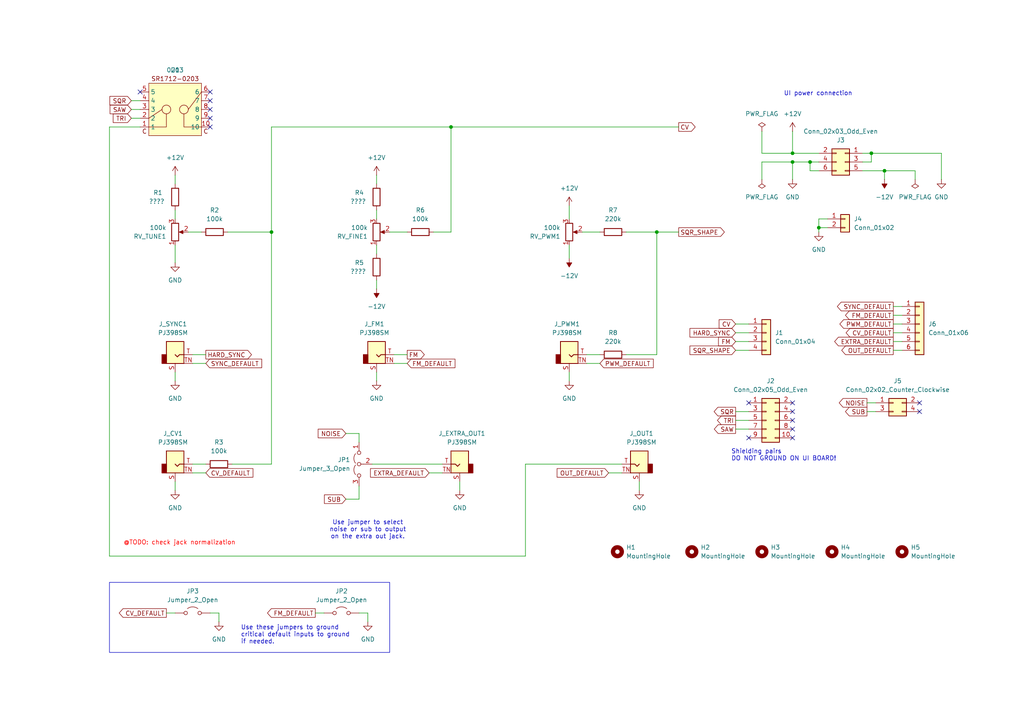
<source format=kicad_sch>
(kicad_sch (version 20250114) (generator "eeschema") (generator_version "9.0")
  (paper "A4")
  (title_block (title "Hog Moduleur VCO UI") (date "2025-07-06") (rev "v0.1") (company "Shmøergh"))
  (lib_symbols
    (symbol "Connector_Generic:Conn_01x02" (pin_names (offset 1.016) (hide yes))
      (property "Reference" "J" (at 0 2.54 0))
      (property "Value" "Conn_01x02" (at 0 -5.08 0))
      (symbol "Conn_01x02_1_1"
        (rectangle (start -1.27 1.27) (end 1.27 -3.81) (stroke (width 0.254)) (fill (type background)))
        (rectangle (start -1.27 0.127) (end 0 -0.127) (stroke (width 0.1524)))
        (rectangle (start -1.27 -2.413) (end 0 -2.667) (stroke (width 0.1524)))
        (pin passive line (at -5.08 0 0) (length 3.81) (name "Pin_1") (number "1"))
        (pin passive line (at -5.08 -2.54 0) (length 3.81) (name "Pin_2") (number "2"))
      )
    )
    (symbol "Connector_Generic:Conn_01x04" (pin_names (offset 1.016) (hide yes))
      (property "Reference" "J" (at 0 5.08 0))
      (property "Value" "Conn_01x04" (at 0 -7.62 0))
      (symbol "Conn_01x04_1_1"
        (rectangle (start -1.27 3.81) (end 1.27 -6.35) (stroke (width 0.254)) (fill (type background)))
        (rectangle (start -1.27 2.667) (end 0 2.413) (stroke (width 0.1524)))
        (rectangle (start -1.27 0.127) (end 0 -0.127) (stroke (width 0.1524)))
        (rectangle (start -1.27 -2.413) (end 0 -2.667) (stroke (width 0.1524)))
        (rectangle (start -1.27 -4.953) (end 0 -5.207) (stroke (width 0.1524)))
        (pin passive line (at -5.08 2.54 0) (length 3.81) (name "Pin_1") (number "1"))
        (pin passive line (at -5.08 0 0) (length 3.81) (name "Pin_2") (number "2"))
        (pin passive line (at -5.08 -2.54 0) (length 3.81) (name "Pin_3") (number "3"))
        (pin passive line (at -5.08 -5.08 0) (length 3.81) (name "Pin_4") (number "4"))
      )
    )
    (symbol "Connector_Generic:Conn_01x06" (pin_names (offset 1.016) (hide yes))
      (property "Reference" "J" (at 0 7.62 0))
      (property "Value" "Conn_01x06" (at 0 -10.16 0))
      (symbol "Conn_01x06_1_1"
        (rectangle (start -1.27 6.35) (end 1.27 -8.89) (stroke (width 0.254)) (fill (type background)))
        (rectangle (start -1.27 5.207) (end 0 4.953) (stroke (width 0.1524)))
        (rectangle (start -1.27 2.667) (end 0 2.413) (stroke (width 0.1524)))
        (rectangle (start -1.27 0.127) (end 0 -0.127) (stroke (width 0.1524)))
        (rectangle (start -1.27 -2.413) (end 0 -2.667) (stroke (width 0.1524)))
        (rectangle (start -1.27 -4.953) (end 0 -5.207) (stroke (width 0.1524)))
        (rectangle (start -1.27 -7.493) (end 0 -7.747) (stroke (width 0.1524)))
        (pin passive line (at -5.08 5.08 0) (length 3.81) (name "Pin_1") (number "1"))
        (pin passive line (at -5.08 2.54 0) (length 3.81) (name "Pin_2") (number "2"))
        (pin passive line (at -5.08 0 0) (length 3.81) (name "Pin_3") (number "3"))
        (pin passive line (at -5.08 -2.54 0) (length 3.81) (name "Pin_4") (number "4"))
        (pin passive line (at -5.08 -5.08 0) (length 3.81) (name "Pin_5") (number "5"))
        (pin passive line (at -5.08 -7.62 0) (length 3.81) (name "Pin_6") (number "6"))
      )
    )
    (symbol "Connector_Generic:Conn_02x02_Odd_Even" (pin_names (offset 1.016) (hide yes))
      (property "Reference" "J" (at 1.27 2.54 0))
      (property "Value" "Conn_02x02_Odd_Even" (at 1.27 -5.08 0))
      (symbol "Conn_02x02_Odd_Even_1_1"
        (rectangle (start -1.27 1.27) (end 3.81 -3.81) (stroke (width 0.254)) (fill (type background)))
        (rectangle (start -1.27 0.127) (end 0 -0.127) (stroke (width 0.1524)))
        (rectangle (start -1.27 -2.413) (end 0 -2.667) (stroke (width 0.1524)))
        (rectangle (start 3.81 0.127) (end 2.54 -0.127) (stroke (width 0.1524)))
        (rectangle (start 3.81 -2.413) (end 2.54 -2.667) (stroke (width 0.1524)))
        (pin passive line (at -5.08 0 0) (length 3.81) (name "Pin_1") (number "1"))
        (pin passive line (at -5.08 -2.54 0) (length 3.81) (name "Pin_3") (number "3"))
        (pin passive line (at 7.62 0 180) (length 3.81) (name "Pin_2") (number "2"))
        (pin passive line (at 7.62 -2.54 180) (length 3.81) (name "Pin_4") (number "4"))
      )
    )
    (symbol "Connector_Generic:Conn_02x03_Odd_Even" (pin_names (offset 1.016) (hide yes))
      (property "Reference" "J" (at 1.27 5.08 0))
      (property "Value" "Conn_02x03_Odd_Even" (at 1.27 -5.08 0))
      (symbol "Conn_02x03_Odd_Even_1_1"
        (rectangle (start -1.27 3.81) (end 3.81 -3.81) (stroke (width 0.254)) (fill (type background)))
        (rectangle (start -1.27 2.667) (end 0 2.413) (stroke (width 0.1524)))
        (rectangle (start -1.27 0.127) (end 0 -0.127) (stroke (width 0.1524)))
        (rectangle (start -1.27 -2.413) (end 0 -2.667) (stroke (width 0.1524)))
        (rectangle (start 3.81 2.667) (end 2.54 2.413) (stroke (width 0.1524)))
        (rectangle (start 3.81 0.127) (end 2.54 -0.127) (stroke (width 0.1524)))
        (rectangle (start 3.81 -2.413) (end 2.54 -2.667) (stroke (width 0.1524)))
        (pin passive line (at -5.08 2.54 0) (length 3.81) (name "Pin_1") (number "1"))
        (pin passive line (at -5.08 0 0) (length 3.81) (name "Pin_3") (number "3"))
        (pin passive line (at -5.08 -2.54 0) (length 3.81) (name "Pin_5") (number "5"))
        (pin passive line (at 7.62 2.54 180) (length 3.81) (name "Pin_2") (number "2"))
        (pin passive line (at 7.62 0 180) (length 3.81) (name "Pin_4") (number "4"))
        (pin passive line (at 7.62 -2.54 180) (length 3.81) (name "Pin_6") (number "6"))
      )
    )
    (symbol "Connector_Generic:Conn_02x05_Odd_Even" (pin_names (offset 1.016) (hide yes))
      (property "Reference" "J" (at 1.27 7.62 0))
      (property "Value" "Conn_02x05_Odd_Even" (at 1.27 -7.62 0))
      (symbol "Conn_02x05_Odd_Even_1_1"
        (rectangle (start -1.27 6.35) (end 3.81 -6.35) (stroke (width 0.254)) (fill (type background)))
        (rectangle (start -1.27 5.207) (end 0 4.953) (stroke (width 0.1524)))
        (rectangle (start -1.27 2.667) (end 0 2.413) (stroke (width 0.1524)))
        (rectangle (start -1.27 0.127) (end 0 -0.127) (stroke (width 0.1524)))
        (rectangle (start -1.27 -2.413) (end 0 -2.667) (stroke (width 0.1524)))
        (rectangle (start -1.27 -4.953) (end 0 -5.207) (stroke (width 0.1524)))
        (rectangle (start 3.81 5.207) (end 2.54 4.953) (stroke (width 0.1524)))
        (rectangle (start 3.81 2.667) (end 2.54 2.413) (stroke (width 0.1524)))
        (rectangle (start 3.81 0.127) (end 2.54 -0.127) (stroke (width 0.1524)))
        (rectangle (start 3.81 -2.413) (end 2.54 -2.667) (stroke (width 0.1524)))
        (rectangle (start 3.81 -4.953) (end 2.54 -5.207) (stroke (width 0.1524)))
        (pin passive line (at -5.08 5.08 0) (length 3.81) (name "Pin_1") (number "1"))
        (pin passive line (at -5.08 2.54 0) (length 3.81) (name "Pin_3") (number "3"))
        (pin passive line (at -5.08 0 0) (length 3.81) (name "Pin_5") (number "5"))
        (pin passive line (at -5.08 -2.54 0) (length 3.81) (name "Pin_7") (number "7"))
        (pin passive line (at -5.08 -5.08 0) (length 3.81) (name "Pin_9") (number "9"))
        (pin passive line (at 7.62 5.08 180) (length 3.81) (name "Pin_2") (number "2"))
        (pin passive line (at 7.62 2.54 180) (length 3.81) (name "Pin_4") (number "4"))
        (pin passive line (at 7.62 0 180) (length 3.81) (name "Pin_6") (number "6"))
        (pin passive line (at 7.62 -2.54 180) (length 3.81) (name "Pin_8") (number "8"))
        (pin passive line (at 7.62 -5.08 180) (length 3.81) (name "Pin_10") (number "10"))
      )
    )
    (symbol "Device:R" (pin_numbers (hide yes)) (pin_names (offset 0))
      (property "Reference" "R" (at 2.032 0 90))
      (property "Value" "R" (at 0 0 90))
      (symbol "R_0_1"
        (rectangle (start -1.016 -2.54) (end 1.016 2.54) (stroke (width 0.254)))
      )
      (symbol "R_1_1"
        (pin passive line (at 0 3.81 270) (length 1.27) (name "~") (number "1"))
        (pin passive line (at 0 -3.81 90) (length 1.27) (name "~") (number "2"))
      )
    )
    (symbol "Device:R_Potentiometer" (pin_names (offset 1.016) (hide yes))
      (property "Reference" "RV" (at -4.445 0 90))
      (property "Value" "R_Potentiometer" (at -2.54 0 90))
      (symbol "R_Potentiometer_0_1"
        (rectangle (start 1.016 2.54) (end -1.016 -2.54) (stroke (width 0.254)))
        (polyline (pts (xy 1.143 0) (xy 2.286 0.508) (xy 2.286 -0.508) (xy 1.143 0)) (fill (type outline)))
        (polyline (pts (xy 2.54 0) (xy 1.524 0)))
      )
      (symbol "R_Potentiometer_1_1"
        (pin passive line (at 0 3.81 270) (length 1.27) (name "1") (number "1"))
        (pin passive line (at 0 -3.81 90) (length 1.27) (name "3") (number "3"))
        (pin passive line (at 3.81 0 180) (length 1.27) (name "2") (number "2"))
      )
    )
    (symbol "Jumper:Jumper_2_Open" (pin_numbers (hide yes)) (pin_names (offset 0) (hide yes))
      (property "Reference" "JP" (at 0 2.794 0))
      (property "Value" "Jumper_2_Open" (at 0 -2.286 0))
      (symbol "Jumper_2_Open_0_0"
        (circle (center -2.032 0) (radius 0.508))
        (circle (center 2.032 0) (radius 0.508))
      )
      (symbol "Jumper_2_Open_0_1"
        (arc (start -1.524 1.27) (mid 0 1.778) (end 1.524 1.27))
      )
      (symbol "Jumper_2_Open_1_1"
        (pin passive line (at -5.08 0 0) (length 2.54) (name "A") (number "1"))
        (pin passive line (at 5.08 0 180) (length 2.54) (name "B") (number "2"))
      )
    )
    (symbol "Jumper:Jumper_3_Open" (pin_names (offset 0) (hide yes)) (in_bom no)
      (property "Reference" "JP" (at -2.54 -2.54 0))
      (property "Value" "Jumper_3_Open" (at 0 2.794 0))
      (symbol "Jumper_3_Open_0_0"
        (circle (center -3.302 0) (radius 0.508))
        (circle (center 0 0) (radius 0.508))
        (circle (center 3.302 0) (radius 0.508))
      )
      (symbol "Jumper_3_Open_0_1"
        (arc (start -3.048 1.016) (mid -1.651 1.4992) (end -0.254 1.016))
        (polyline (pts (xy 0 -0.508) (xy 0 -1.27)))
        (arc (start 0.254 1.016) (mid 1.651 1.4992) (end 3.048 1.016))
      )
      (symbol "Jumper_3_Open_1_1"
        (pin passive line (at -6.35 0 0) (length 2.54) (name "A") (number "1"))
        (pin passive line (at 0 -3.81 90) (length 2.54) (name "C") (number "2"))
        (pin passive line (at 6.35 0 180) (length 2.54) (name "B") (number "3"))
      )
    )
    (symbol "Mechanical:MountingHole" (pin_names (offset 1.016)) (in_bom no)
      (property "Reference" "H" (at 0 5.08 0))
      (property "Value" "MountingHole" (at 0 3.175 0))
      (symbol "MountingHole_0_1"
        (circle (center 0 0) (radius 1.27) (stroke (width 1.27)))
      )
    )
    (symbol "Shmoergh-Custom-Components:AudioJack2_Thonkiconn_S"
      (property "Reference" "J" (at 0 8.89 0))
      (property "Value" "AudioJack2_Thonkiconn" (at 0 6.35 0))
      (symbol "AudioJack2_Thonkiconn_S_0_1"
        (rectangle (start -2.54 -2.54) (end -3.81 0) (stroke (width 0.254)) (fill (type outline)))
        (polyline (pts (xy 0 0) (xy 0.635 -0.635) (xy 1.27 0) (xy 2.54 0)) (stroke (width 0.254)))
        (rectangle (start 2.54 3.81) (end -2.54 -2.54) (stroke (width 0.254)) (fill (type background)))
      )
      (symbol "AudioJack2_Thonkiconn_S_1_1"
        (pin passive line (at 0 -5.08 90) (length 2.54) (name "~") (number "S"))
        (pin bidirectional line (at 5.08 0 180) (length 2.54) (name "~") (number "T"))
        (pin passive line (at 5.08 -2.54 180) (length 2.54) (name "~") (number "TN"))
      )
    )
    (symbol "Shmoergh-Custom-Components:SR1712_0203"
      (property "Reference" "U" (at 0 1.27 0))
      (symbol "SR1712_0203_0_1"
        (polyline (pts (xy -7.62 -2.54) (xy -3.81 0)))
        (circle (center -2.54 0) (radius 1.27))
        (polyline (pts (xy -2.54 -1.27) (xy -2.54 -5.08) (xy -7.62 -5.08)))
        (circle (center 2.54 0) (radius 1.27))
        (polyline (pts (xy 7.62 5.08) (xy 3.81 0)))
        (polyline (pts (xy 7.62 -5.08) (xy 2.54 -5.08) (xy 2.54 -1.27)))
      )
      (symbol "SR1712_0203_1_1"
        (rectangle (start -7.62 7.62) (end 7.62 -7.62) (fill (type background)))
        (text "C" (at -8.89 -6.35 0) (effects (font (size 1.27 1.27))))
        (text "SR1712-0203" (at 0 8.89 0) (effects (font (size 1.27 1.27))))
        (text "C" (at 8.89 -6.35 0) (effects (font (size 1.27 1.27))))
        (pin input line (at -10.16 5.08 0) (length 2.54) (name "5") (number "5"))
        (pin input line (at -10.16 2.54 0) (length 2.54) (name "4") (number "4"))
        (pin input line (at -10.16 0 0) (length 2.54) (name "3") (number "3"))
        (pin input line (at -10.16 -2.54 0) (length 2.54) (name "2") (number "2"))
        (pin output line (at -10.16 -5.08 0) (length 2.54) (name "1") (number "1"))
        (pin input line (at 10.16 5.08 180) (length 2.54) (name "6") (number "6"))
        (pin input line (at 10.16 2.54 180) (length 2.54) (name "7") (number "7"))
        (pin input line (at 10.16 0 180) (length 2.54) (name "8") (number "8"))
        (pin input line (at 10.16 -2.54 180) (length 2.54) (name "9") (number "9"))
        (pin output line (at 10.16 -5.08 180) (length 2.54) (name "10") (number "10"))
      )
    )
    (symbol "power:+12V" (power) (pin_numbers (hide yes)) (pin_names (offset 0) (hide yes))
      (property "Value" "+12V" (at 0 3.556 0))
      (symbol "+12V_0_1"
        (polyline (pts (xy -0.762 1.27) (xy 0 2.54)))
        (polyline (pts (xy 0 2.54) (xy 0.762 1.27)))
        (polyline (pts (xy 0 0) (xy 0 2.54)))
      )
      (symbol "+12V_1_1"
        (pin power_in line (at 0 0 90) (length 0) (name "~") (number "1"))
      )
    )
    (symbol "power:-12V" (power) (pin_numbers (hide yes)) (pin_names (offset 0) (hide yes))
      (property "Value" "-12V" (at 0 3.556 0))
      (symbol "-12V_0_0"
        (pin power_in line (at 0 0 90) (length 0) (name "~") (number "1"))
      )
      (symbol "-12V_0_1"
        (polyline (pts (xy 0 0) (xy 0 1.27) (xy 0.762 1.27) (xy 0 2.54) (xy -0.762 1.27) (xy 0 1.27)) (fill (type outline)))
      )
    )
    (symbol "power:GND" (power) (pin_numbers (hide yes)) (pin_names (offset 0) (hide yes))
      (property "Value" "GND" (at 0 -3.81 0))
      (symbol "GND_0_1"
        (polyline (pts (xy 0 0) (xy 0 -1.27) (xy 1.27 -1.27) (xy 0 -2.54) (xy -1.27 -1.27) (xy 0 -1.27)))
      )
      (symbol "GND_1_1"
        (pin power_in line (at 0 0 270) (length 0) (name "~") (number "1"))
      )
    )
    (symbol "power:PWR_FLAG" (power) (pin_numbers (hide yes)) (pin_names (offset 0) (hide yes))
      (property "Value" "PWR_FLAG" (at 0 3.81 0))
      (symbol "PWR_FLAG_0_0"
        (pin power_out line (at 0 0 90) (length 0) (name "~") (number "1"))
      )
      (symbol "PWR_FLAG_0_1"
        (polyline (pts (xy 0 0) (xy 0 1.27) (xy -1.016 1.905) (xy 0 2.54) (xy 1.016 1.905) (xy 0 1.27)))
      )
    )
  )
  (rectangle (start 31.75 168.91) (end 113.03 189.23))
  (text "@TODO: check jack normalization" (at 52.07 157.48 0) (effects (font (size 1.27 1.27))))
  (text "Use these jumpers to ground \ncritical default inputs to ground \nif needed." (at 69.85 184.15 0) (effects (font (size 1.27 1.27)) (justify left)))
  (text "UI power connection" (at 227.33 27.94 0) (effects (font (size 1.27 1.27)) (justify left bottom)))
  (text "Use jumper to select\nnoise or sub to output\non the extra out jack." (at 106.68 153.67 0) (effects (font (size 1.27 1.27))))
  (text "Shielding pairs\nDO NOT GROUND ON UI BOARD!" (at 212.09 132.08 0) (effects (font (size 1.27 1.27)) (justify left)))
  (junction (at 229.87 44.45))
  (junction (at 130.81 36.83))
  (junction (at 237.49 66.04))
  (junction (at 234.95 46.99))
  (junction (at 256.54 49.53))
  (junction (at 78.74 67.31))
  (junction (at 229.87 46.99))
  (junction (at 190.5 67.31))
  (junction (at 252.73 44.45))
  (no_connect (at 229.87 127))
  (no_connect (at 60.96 29.21))
  (no_connect (at 60.96 34.29))
  (no_connect (at 217.17 116.84))
  (no_connect (at 229.87 121.92))
  (no_connect (at 229.87 119.38))
  (no_connect (at 60.96 31.75))
  (no_connect (at 229.87 116.84))
  (no_connect (at 266.7 119.38))
  (no_connect (at 229.87 124.46))
  (no_connect (at 217.17 127))
  (no_connect (at 60.96 36.83))
  (no_connect (at 266.7 116.84))
  (no_connect (at 60.96 26.67))
  (no_connect (at 40.64 26.67))
  (wire (pts (xy 213.36 119.38) (xy 217.17 119.38)))
  (wire (pts (xy 251.46 116.84) (xy 254 116.84)))
  (wire (pts (xy 59.69 137.16) (xy 55.88 137.16)))
  (wire (pts (xy 259.08 96.52) (xy 261.62 96.52)))
  (wire (pts (xy 78.74 36.83) (xy 130.81 36.83)))
  (wire (pts (xy 38.1 34.29) (xy 40.64 34.29)))
  (wire (pts (xy 259.08 101.6) (xy 261.62 101.6)))
  (wire (pts (xy 173.99 67.31) (xy 168.91 67.31)))
  (wire (pts (xy 48.26 177.8) (xy 50.8 177.8)))
  (wire (pts (xy 118.11 102.87) (xy 114.3 102.87)))
  (wire (pts (xy 78.74 134.62) (xy 67.31 134.62)))
  (wire (pts (xy 256.54 52.07) (xy 256.54 49.53)))
  (wire (pts (xy 31.75 161.29) (xy 152.4 161.29)))
  (wire (pts (xy 78.74 67.31) (xy 78.74 36.83)))
  (wire (pts (xy 91.44 177.8) (xy 93.98 177.8)))
  (wire (pts (xy 265.43 49.53) (xy 256.54 49.53)))
  (wire (pts (xy 50.8 50.8) (xy 50.8 53.34)))
  (wire (pts (xy 176.53 137.16) (xy 180.34 137.16)))
  (wire (pts (xy 63.5 180.34) (xy 63.5 177.8)))
  (wire (pts (xy 109.22 107.95) (xy 109.22 110.49)))
  (wire (pts (xy 250.19 49.53) (xy 256.54 49.53)))
  (wire (pts (xy 237.49 66.04) (xy 240.03 66.04)))
  (wire (pts (xy 213.36 101.6) (xy 217.17 101.6)))
  (wire (pts (xy 59.69 105.41) (xy 55.88 105.41)))
  (wire (pts (xy 58.42 67.31) (xy 54.61 67.31)))
  (wire (pts (xy 38.1 29.21) (xy 40.64 29.21)))
  (wire (pts (xy 50.8 60.96) (xy 50.8 63.5)))
  (wire (pts (xy 109.22 60.96) (xy 109.22 63.5)))
  (wire (pts (xy 190.5 102.87) (xy 181.61 102.87)))
  (wire (pts (xy 100.33 144.78) (xy 104.14 144.78)))
  (wire (pts (xy 213.36 121.92) (xy 217.17 121.92)))
  (wire (pts (xy 106.68 177.8) (xy 104.14 177.8)))
  (wire (pts (xy 165.1 74.93) (xy 165.1 71.12)))
  (wire (pts (xy 213.36 93.98) (xy 217.17 93.98)))
  (wire (pts (xy 152.4 134.62) (xy 180.34 134.62)))
  (wire (pts (xy 104.14 125.73) (xy 104.14 128.27)))
  (wire (pts (xy 66.04 67.31) (xy 78.74 67.31)))
  (wire (pts (xy 213.36 99.06) (xy 217.17 99.06)))
  (wire (pts (xy 251.46 119.38) (xy 254 119.38)))
  (wire (pts (xy 31.75 36.83) (xy 40.64 36.83)))
  (wire (pts (xy 130.81 36.83) (xy 130.81 67.31)))
  (wire (pts (xy 100.33 125.73) (xy 104.14 125.73)))
  (wire (pts (xy 240.03 63.5) (xy 237.49 63.5)))
  (wire (pts (xy 31.75 36.83) (xy 31.75 161.29)))
  (wire (pts (xy 50.8 71.12) (xy 50.8 76.2)))
  (wire (pts (xy 118.11 105.41) (xy 114.3 105.41)))
  (wire (pts (xy 229.87 46.99) (xy 234.95 46.99)))
  (wire (pts (xy 107.95 134.62) (xy 128.27 134.62)))
  (wire (pts (xy 237.49 63.5) (xy 237.49 66.04)))
  (wire (pts (xy 229.87 38.1) (xy 229.87 44.45)))
  (wire (pts (xy 59.69 102.87) (xy 55.88 102.87)))
  (wire (pts (xy 259.08 93.98) (xy 261.62 93.98)))
  (wire (pts (xy 252.73 44.45) (xy 250.19 44.45)))
  (wire (pts (xy 220.98 44.45) (xy 229.87 44.45)))
  (wire (pts (xy 38.1 31.75) (xy 40.64 31.75)))
  (wire (pts (xy 185.42 142.24) (xy 185.42 139.7)))
  (wire (pts (xy 78.74 67.31) (xy 78.74 134.62)))
  (wire (pts (xy 59.69 134.62) (xy 55.88 134.62)))
  (wire (pts (xy 220.98 46.99) (xy 229.87 46.99)))
  (wire (pts (xy 259.08 99.06) (xy 261.62 99.06)))
  (wire (pts (xy 273.05 52.07) (xy 273.05 44.45)))
  (wire (pts (xy 252.73 46.99) (xy 252.73 44.45)))
  (wire (pts (xy 130.81 36.83) (xy 196.85 36.83)))
  (wire (pts (xy 109.22 83.82) (xy 109.22 81.28)))
  (wire (pts (xy 124.46 137.16) (xy 128.27 137.16)))
  (wire (pts (xy 173.99 105.41) (xy 170.18 105.41)))
  (wire (pts (xy 237.49 49.53) (xy 234.95 49.53)))
  (wire (pts (xy 165.1 107.95) (xy 165.1 110.49)))
  (wire (pts (xy 133.35 142.24) (xy 133.35 139.7)))
  (wire (pts (xy 259.08 88.9) (xy 261.62 88.9)))
  (wire (pts (xy 50.8 107.95) (xy 50.8 110.49)))
  (wire (pts (xy 213.36 96.52) (xy 217.17 96.52)))
  (wire (pts (xy 181.61 67.31) (xy 190.5 67.31)))
  (wire (pts (xy 220.98 38.1) (xy 220.98 44.45)))
  (wire (pts (xy 273.05 44.45) (xy 252.73 44.45)))
  (wire (pts (xy 234.95 49.53) (xy 234.95 46.99)))
  (wire (pts (xy 213.36 124.46) (xy 217.17 124.46)))
  (wire (pts (xy 125.73 67.31) (xy 130.81 67.31)))
  (wire (pts (xy 229.87 44.45) (xy 237.49 44.45)))
  (wire (pts (xy 109.22 73.66) (xy 109.22 71.12)))
  (wire (pts (xy 234.95 46.99) (xy 237.49 46.99)))
  (wire (pts (xy 50.8 139.7) (xy 50.8 142.24)))
  (wire (pts (xy 220.98 52.07) (xy 220.98 46.99)))
  (wire (pts (xy 152.4 161.29) (xy 152.4 134.62)))
  (wire (pts (xy 109.22 50.8) (xy 109.22 53.34)))
  (wire (pts (xy 237.49 66.04) (xy 237.49 67.31)))
  (wire (pts (xy 229.87 52.07) (xy 229.87 46.99)))
  (wire (pts (xy 259.08 91.44) (xy 261.62 91.44)))
  (wire (pts (xy 63.5 177.8) (xy 60.96 177.8)))
  (wire (pts (xy 250.19 46.99) (xy 252.73 46.99)))
  (wire (pts (xy 104.14 144.78) (xy 104.14 140.97)))
  (wire (pts (xy 196.85 67.31) (xy 190.5 67.31)))
  (wire (pts (xy 118.11 67.31) (xy 113.03 67.31)))
  (wire (pts (xy 190.5 67.31) (xy 190.5 102.87)))
  (wire (pts (xy 106.68 180.34) (xy 106.68 177.8)))
  (wire (pts (xy 173.99 102.87) (xy 170.18 102.87)))
  (wire (pts (xy 165.1 59.69) (xy 165.1 63.5)))
  (wire (pts (xy 265.43 52.07) (xy 265.43 49.53)))
  (global_label "SQR" (shape input) (at 38.1 29.21 180) (property "Intersheetrefs" "${INTERSHEET_REFS}" (effects (hide yes))))
  (global_label "TRI" (shape input) (at 38.1 34.29 180) (property "Intersheetrefs" "${INTERSHEET_REFS}" (effects (hide yes))))
  (global_label "FM" (shape output) (at 118.11 102.87 0) (property "Intersheetrefs" "${INTERSHEET_REFS}" (effects (hide yes))))
  (global_label "OUT_DEFAULT" (shape input) (at 176.53 137.16 180) (property "Intersheetrefs" "${INTERSHEET_REFS}" (effects (hide yes))))
  (global_label "SQR" (shape output) (at 213.36 119.38 180) (property "Intersheetrefs" "${INTERSHEET_REFS}" (effects (hide yes))))
  (global_label "HARD_SYNC" (shape output) (at 59.69 102.87 0) (property "Intersheetrefs" "${INTERSHEET_REFS}" (effects (hide yes))))
  (global_label "NOISE" (shape input) (at 100.33 125.73 180) (property "Intersheetrefs" "${INTERSHEET_REFS}" (effects (hide yes))))
  (global_label "SUB" (shape input) (at 100.33 144.78 180) (property "Intersheetrefs" "${INTERSHEET_REFS}" (effects (hide yes))))
  (global_label "SAW" (shape input) (at 38.1 31.75 180) (property "Intersheetrefs" "${INTERSHEET_REFS}" (effects (hide yes))))
  (global_label "CV" (shape output) (at 196.85 36.83 0) (property "Intersheetrefs" "${INTERSHEET_REFS}" (effects (hide yes))))
  (global_label "EXTRA_DEFAULT" (shape input) (at 124.46 137.16 180) (property "Intersheetrefs" "${INTERSHEET_REFS}" (effects (hide yes))))
  (global_label "TRI" (shape output) (at 213.36 121.92 180) (property "Intersheetrefs" "${INTERSHEET_REFS}" (effects (hide yes))))
  (global_label "CV" (shape input) (at 213.36 93.98 180) (property "Intersheetrefs" "${INTERSHEET_REFS}" (effects (hide yes))))
  (global_label "FM_DEFAULT" (shape input) (at 118.11 105.41 0) (property "Intersheetrefs" "${INTERSHEET_REFS}" (effects (hide yes))))
  (global_label "NOISE" (shape output) (at 251.46 116.84 180) (property "Intersheetrefs" "${INTERSHEET_REFS}" (effects (hide yes))))
  (global_label "CV_DEFAULT" (shape input) (at 59.69 137.16 0) (property "Intersheetrefs" "${INTERSHEET_REFS}" (effects (hide yes))))
  (global_label "HARD_SYNC" (shape input) (at 213.36 96.52 180) (property "Intersheetrefs" "${INTERSHEET_REFS}" (effects (hide yes))))
  (global_label "SAW" (shape output) (at 213.36 124.46 180) (property "Intersheetrefs" "${INTERSHEET_REFS}" (effects (hide yes))))
  (global_label "SUB" (shape output) (at 251.46 119.38 180) (property "Intersheetrefs" "${INTERSHEET_REFS}" (effects (hide yes))))
  (global_label "PWM_DEFAULT" (shape output) (at 259.08 93.98 180) (property "Intersheetrefs" "${INTERSHEET_REFS}" (effects (hide yes))))
  (global_label "SYNC_DEFAULT" (shape output) (at 259.08 88.9 180) (property "Intersheetrefs" "${INTERSHEET_REFS}" (effects (hide yes))))
  (global_label "CV_DEFAULT" (shape output) (at 259.08 96.52 180) (property "Intersheetrefs" "${INTERSHEET_REFS}" (effects (hide yes))))
  (global_label "SQR_SHAPE" (shape input) (at 213.36 101.6 180) (property "Intersheetrefs" "${INTERSHEET_REFS}" (effects (hide yes))))
  (global_label "SYNC_DEFAULT" (shape input) (at 59.69 105.41 0) (property "Intersheetrefs" "${INTERSHEET_REFS}" (effects (hide yes))))
  (global_label "EXTRA_DEFAULT" (shape output) (at 259.08 99.06 180) (property "Intersheetrefs" "${INTERSHEET_REFS}" (effects (hide yes))))
  (global_label "OUT_DEFAULT" (shape output) (at 259.08 101.6 180) (property "Intersheetrefs" "${INTERSHEET_REFS}" (effects (hide yes))))
  (global_label "SQR_SHAPE" (shape output) (at 196.85 67.31 0) (property "Intersheetrefs" "${INTERSHEET_REFS}" (effects (hide yes))))
  (global_label "FM_DEFAULT" (shape output) (at 259.08 91.44 180) (property "Intersheetrefs" "${INTERSHEET_REFS}" (effects (hide yes))))
  (global_label "PWM_DEFAULT" (shape input) (at 173.99 105.41 0) (property "Intersheetrefs" "${INTERSHEET_REFS}" (effects (hide yes))))
  (global_label "FM" (shape input) (at 213.36 99.06 180) (property "Intersheetrefs" "${INTERSHEET_REFS}" (effects (hide yes))))
  (global_label "CV_DEFAULT" (shape output) (at 48.26 177.8 180) (property "Intersheetrefs" "${INTERSHEET_REFS}" (effects (hide yes))))
  (global_label "FM_DEFAULT" (shape output) (at 91.44 177.8 180) (property "Intersheetrefs" "${INTERSHEET_REFS}" (effects (hide yes))))
  (symbol (lib_id "power:GND") (at 133.35 142.24 0) (mirror y) (unit 1)
    (property "Reference" "#PWR08" (effects (hide yes)))
    (property "Value" "GND" (at 133.35 147.32 0))
    (property "Description" "Power symbol creates a global label with name \"GND\" , ground" (effects (hide yes)))
  )
  (symbol (lib_id "Jumper:Jumper_3_Open") (at 104.14 134.62 90) (mirror x) (unit 1)
    (property "Reference" "JP1" (at 101.6 133.3499 90) (effects (justify left)))
    (property "Value" "Jumper_3_Open" (at 101.6 135.8899 90) (effects (justify left)))
    (property "Footprint" "Connector_PinHeader_2.54mm:PinHeader_1x03_P2.54mm_Horizontal" (effects (hide yes)))
    (property "Description" "Jumper, 3-pole, both open" (effects (hide yes)))
    (property "Part URL" "https://mou.sr/451l2py" (effects (hide yes)))
    (property "Vendor" "Mouser" (effects (hide yes)))
    (property "Part no." "200-HTSW10308TSRA" (effects (hide yes)))
  )
  (symbol (lib_id "power:+12V") (at 229.87 38.1 0) (unit 1)
    (property "Reference" "#PWR014" (effects (hide yes)))
    (property "Value" "+12V" (at 229.87 33.02 0))
    (property "Description" "Power symbol creates a global label with name \"+12V\"" (effects (hide yes)))
  )
  (symbol (lib_id "power:GND") (at 50.8 76.2 0) (unit 1)
    (property "Reference" "#PWR02" (effects (hide yes)))
    (property "Value" "GND" (at 50.8 81.28 0))
    (property "Description" "Power symbol creates a global label with name \"GND\" , ground" (effects (hide yes)))
  )
  (symbol (lib_id "Shmoergh-Custom-Components:AudioJack2_Thonkiconn_S") (at 165.1 102.87 0) (unit 1)
    (property "Reference" "J_PWM1" (at 164.465 93.98 0))
    (property "Value" "PJ398SM" (at 164.465 96.52 0))
    (property "Footprint" "Shmoergh_Custom_Footprints:Jack_3.5mm_QingPu_WQP-PJ398SM_Vertical_CircularHoles" (effects (hide yes)))
    (property "Description" "Audio Jack, 2 Poles (Mono / TS), Grounded Sleeve" (effects (hide yes)))
    (property "Part URL" "https://www.thonk.co.uk/shop/thonkiconn/" (effects (hide yes)))
    (property "Vendor" "Thonk" (effects (hide yes)))
    (property "Part no." "PJ398SM" (effects (hide yes)))
  )
  (symbol (lib_id "Shmoergh-Custom-Components:AudioJack2_Thonkiconn_S") (at 185.42 134.62 0) (mirror y) (unit 1)
    (property "Reference" "J_OUT1" (at 186.055 125.73 0))
    (property "Value" "PJ398SM" (at 186.055 128.27 0))
    (property "Footprint" "Shmoergh_Custom_Footprints:Jack_3.5mm_QingPu_WQP-PJ398SM_Vertical_CircularHoles" (effects (hide yes)))
    (property "Description" "Audio Jack, 2 Poles (Mono / TS), Grounded Sleeve" (effects (hide yes)))
    (property "Part URL" "https://www.thonk.co.uk/shop/thonkiconn/" (effects (hide yes)))
    (property "Vendor" "Thonk" (effects (hide yes)))
    (property "Part no." "PJ398SM" (effects (hide yes)))
  )
  (symbol (lib_id "Shmoergh-Custom-Components:SR1712_0203") (at 50.8 31.75 0) (unit 1)
    (property "Reference" "U1" (at 50.8 20.32 0))
    (property "Value" "0203" (at 50.8 20.32 0))
    (property "Footprint" "Shmoergh_Custom_Footprints:SR1712-0203" (effects (hide yes)))
    (property "Datasheet" "https://hu.mouser.com/datasheet/2/13/SR1712F-1815245.pdf" (effects (hide yes)))
    (property "Part URL" "https://mou.sr/3U6bGTk" (effects (hide yes)))
    (property "Vendor" "Mouser" (effects (hide yes)))
    (property "Part no." "105-SR1712F-23NS" (effects (hide yes)))
  )
  (symbol (lib_id "Shmoergh-Custom-Components:AudioJack2_Thonkiconn_S") (at 50.8 134.62 0) (unit 1)
    (property "Reference" "J_CV1" (at 50.165 125.73 0))
    (property "Value" "PJ398SM" (at 50.165 128.27 0))
    (property "Footprint" "Shmoergh_Custom_Footprints:Jack_3.5mm_QingPu_WQP-PJ398SM_Vertical_CircularHoles" (effects (hide yes)))
    (property "Description" "Audio Jack, 2 Poles (Mono / TS), Grounded Sleeve" (effects (hide yes)))
    (property "Part URL" "https://www.thonk.co.uk/shop/thonkiconn/" (effects (hide yes)))
    (property "Vendor" "Thonk" (effects (hide yes)))
    (property "Part no." "PJ398SM" (effects (hide yes)))
  )
  (symbol (lib_id "power:-12V") (at 165.1 74.93 180) (unit 1)
    (property "Reference" "#PWR010" (effects (hide yes)))
    (property "Value" "-12V" (at 165.1 80.01 0))
    (property "Description" "Power symbol creates a global label with name \"-12V\"" (effects (hide yes)))
  )
  (symbol (lib_id "power:GND") (at 185.42 142.24 0) (mirror y) (unit 1)
    (property "Reference" "#PWR012" (effects (hide yes)))
    (property "Value" "GND" (at 185.42 147.32 0))
    (property "Description" "Power symbol creates a global label with name \"GND\" , ground" (effects (hide yes)))
  )
  (symbol (lib_id "power:-12V") (at 256.54 52.07 180) (unit 1)
    (property "Reference" "#PWR018" (effects (hide yes)))
    (property "Value" "-12V" (at 256.54 57.15 0))
    (property "Description" "Power symbol creates a global label with name \"-12V\"" (effects (hide yes)))
  )
  (symbol (lib_id "Connector_Generic:Conn_02x02_Odd_Even") (at 259.08 116.84 0) (unit 1)
    (property "Reference" "J5" (at 260.35 110.49 0))
    (property "Value" "Conn_02x02_Counter_Clockwise" (at 260.35 113.03 0))
    (property "Footprint" "Connector_PinSocket_2.54mm:PinSocket_2x02_P2.54mm_Vertical" (effects (hide yes)))
    (property "Description" "Generic connector, double row, 02x02, odd/even pin numbering scheme (row 1 odd numbers, row 2 even numbers), script generated (kicad-library-utils/schlib/autogen/connector/)" (effects (hide yes)))
    (property "Part URL" "https://mou.sr/4eSbYqI" (effects (hide yes)))
    (property "Vendor" "Mouser" (effects (hide yes)))
    (property "Part no." "200-SSW10206TD" (effects (hide yes)))
  )
  (symbol (lib_id "power:+12V") (at 109.22 50.8 0) (unit 1)
    (property "Reference" "#PWR05" (effects (hide yes)))
    (property "Value" "+12V" (at 109.22 45.72 0))
    (property "Description" "Power symbol creates a global label with name \"+12V\"" (effects (hide yes)))
  )
  (symbol (lib_id "Jumper:Jumper_2_Open") (at 55.88 177.8 0) (unit 1)
    (property "Reference" "JP3" (at 55.88 171.45 0))
    (property "Value" "Jumper_2_Open" (at 55.88 173.99 0))
    (property "Footprint" "Connector_PinHeader_2.54mm:PinHeader_1x02_P2.54mm_Horizontal" (effects (hide yes)))
    (property "Description" "Jumper, 2-pole, open" (effects (hide yes)))
    (property "Part URL" "https://mou.sr/4nM6IZz" (effects (hide yes)))
    (property "Vendor" "Mouser" (effects (hide yes)))
    (property "Part no." "200-HTSW10208TSRA" (effects (hide yes)))
  )
  (symbol (lib_id "Mechanical:MountingHole") (at 261.62 160.02 0) (unit 1) (in_bom no)
    (property "Reference" "H5" (at 264.16 158.7499 0) (effects (justify left)))
    (property "Value" "MountingHole" (at 264.16 161.2899 0) (effects (justify left)))
    (property "Footprint" "MountingHole:MountingHole_3.2mm_M3_DIN965_Pad" (effects (hide yes)))
    (property "Description" "Mounting Hole without connection" (effects (hide yes)))
    (property "Vendor" "-" (effects (hide yes)))
  )
  (symbol (lib_id "Connector_Generic:Conn_02x03_Odd_Even") (at 245.11 46.99 0) (mirror y) (unit 1)
    (property "Reference" "J3" (at 243.84 40.64 0))
    (property "Value" "Conn_02x03_Odd_Even" (at 243.84 38.1 0))
    (property "Footprint" "Connector_PinSocket_2.54mm:PinSocket_2x03_P2.54mm_Vertical" (effects (hide yes)))
    (property "Description" "Generic connector, double row, 02x03, odd/even pin numbering scheme (row 1 odd numbers, row 2 even numbers), script generated (kicad-library-utils/schlib/autogen/connector/)" (effects (hide yes)))
    (property "Part URL" "https://mou.sr/3GIDVEr" (effects (hide yes)))
    (property "Vendor" "Mouser" (effects (hide yes)))
    (property "Part no." "200-SSW10301TD" (effects (hide yes)))
  )
  (symbol (lib_id "power:+12V") (at 50.8 50.8 0) (unit 1)
    (property "Reference" "#PWR01" (effects (hide yes)))
    (property "Value" "+12V" (at 50.8 45.72 0))
    (property "Description" "Power symbol creates a global label with name \"+12V\"" (effects (hide yes)))
  )
  (symbol (lib_id "power:GND") (at 50.8 110.49 0) (unit 1)
    (property "Reference" "#PWR03" (effects (hide yes)))
    (property "Value" "GND" (at 50.8 115.57 0))
    (property "Description" "Power symbol creates a global label with name \"GND\" , ground" (effects (hide yes)))
  )
  (symbol (lib_id "Shmoergh-Custom-Components:AudioJack2_Thonkiconn_S") (at 50.8 102.87 0) (unit 1)
    (property "Reference" "J_SYNC1" (at 50.165 93.98 0))
    (property "Value" "PJ398SM" (at 50.165 96.52 0))
    (property "Footprint" "Shmoergh_Custom_Footprints:Jack_3.5mm_QingPu_WQP-PJ398SM_Vertical_CircularHoles" (effects (hide yes)))
    (property "Description" "Audio Jack, 2 Poles (Mono / TS), Grounded Sleeve" (effects (hide yes)))
    (property "Part URL" "https://www.thonk.co.uk/shop/thonkiconn/" (effects (hide yes)))
    (property "Vendor" "Thonk" (effects (hide yes)))
    (property "Part no." "PJ398SM" (effects (hide yes)))
  )
  (symbol (lib_id "Mechanical:MountingHole") (at 200.66 160.02 0) (unit 1) (in_bom no)
    (property "Reference" "H2" (at 203.2 158.7499 0) (effects (justify left)))
    (property "Value" "MountingHole" (at 203.2 161.2899 0) (effects (justify left)))
    (property "Footprint" "MountingHole:MountingHole_3.2mm_M3_DIN965_Pad" (effects (hide yes)))
    (property "Description" "Mounting Hole without connection" (effects (hide yes)))
    (property "Vendor" "-" (effects (hide yes)))
  )
  (symbol (lib_id "Device:R") (at 121.92 67.31 90) (unit 1)
    (property "Reference" "R6" (at 121.92 60.96 90))
    (property "Value" "100k" (at 121.92 63.5 90))
    (property "Footprint" "Shmoergh_Custom_Footprints:R_Axial_DIN0207_L6.3mm_D2.5mm_P7.62mm_Horizontal" (effects (hide yes)))
    (property "Description" "Resistor" (effects (hide yes)))
    (property "Vendor" "Mouser" (effects (hide yes)))
    (property "Part URL" "https://mou.sr/4hEwI4G" (effects (hide yes)))
    (property "Part no." "603-MFR-25FRF52100K" (effects (hide yes)))
  )
  (symbol (lib_id "power:GND") (at 109.22 110.49 0) (unit 1)
    (property "Reference" "#PWR07" (effects (hide yes)))
    (property "Value" "GND" (at 109.22 115.57 0))
    (property "Description" "Power symbol creates a global label with name \"GND\" , ground" (effects (hide yes)))
  )
  (symbol (lib_id "Connector_Generic:Conn_01x04") (at 222.25 96.52 0) (unit 1)
    (property "Reference" "J1" (at 224.79 96.5199 0) (effects (justify left)))
    (property "Value" "Conn_01x04" (at 224.79 99.0599 0) (effects (justify left)))
    (property "Footprint" "Connector_PinSocket_2.54mm:PinSocket_1x04_P2.54mm_Vertical" (effects (hide yes)))
    (property "Description" "Generic connector, single row, 01x04, script generated (kicad-library-utils/schlib/autogen/connector/)" (effects (hide yes)))
    (property "Part URL" "https://mou.sr/4kxE3Vr" (effects (hide yes)))
    (property "Vendor" "Mouser" (effects (hide yes)))
    (property "Part no." "200-SSW10401TMS" (effects (hide yes)))
  )
  (symbol (lib_id "Device:R") (at 50.8 57.15 0) (unit 1)
    (property "Reference" "R1" (at 44.45 55.88 0) (effects (justify left)))
    (property "Value" "????" (at 43.18 58.42 0) (effects (justify left)))
    (property "Footprint" "Shmoergh_Custom_Footprints:R_Axial_DIN0207_L6.3mm_D2.5mm_P7.62mm_Horizontal" (effects (hide yes)))
    (property "Description" "Resistor" (effects (hide yes)))
    (property "Vendor" "Mouser" (effects (hide yes)))
  )
  (symbol (lib_id "Connector_Generic:Conn_01x06") (at 266.7 93.98 0) (unit 1)
    (property "Reference" "J6" (at 269.24 93.9799 0) (effects (justify left)))
    (property "Value" "Conn_01x06" (at 269.24 96.5199 0) (effects (justify left)))
    (property "Footprint" "Connector_PinSocket_2.54mm:PinSocket_1x06_P2.54mm_Vertical" (effects (hide yes)))
    (property "Description" "Generic connector, single row, 01x06, script generated (kicad-library-utils/schlib/autogen/connector/)" (effects (hide yes)))
    (property "Part URL" "https://mou.sr/4lnf48h" (effects (hide yes)))
    (property "Vendor" "Mouser" (effects (hide yes)))
    (property "Part no." "200-SSW10601TS" (effects (hide yes)))
  )
  (symbol (lib_id "Mechanical:MountingHole") (at 179.07 160.02 0) (unit 1) (in_bom no)
    (property "Reference" "H1" (at 181.61 158.7499 0) (effects (justify left)))
    (property "Value" "MountingHole" (at 181.61 161.2899 0) (effects (justify left)))
    (property "Footprint" "MountingHole:MountingHole_3.2mm_M3_DIN965_Pad" (effects (hide yes)))
    (property "Description" "Mounting Hole without connection" (effects (hide yes)))
    (property "Vendor" "-" (effects (hide yes)))
  )
  (symbol (lib_id "power:PWR_FLAG") (at 220.98 38.1 0) (unit 1)
    (property "Reference" "#FLG01" (effects (hide yes)))
    (property "Value" "PWR_FLAG" (at 220.98 33.02 0))
    (property "Description" "Special symbol for telling ERC where power comes from" (effects (hide yes)))
  )
  (symbol (lib_id "power:GND") (at 106.68 180.34 0) (unit 1)
    (property "Reference" "#PWR013" (effects (hide yes)))
    (property "Value" "GND" (at 106.68 185.42 0))
    (property "Description" "Power symbol creates a global label with name \"GND\" , ground" (effects (hide yes)))
  )
  (symbol (lib_id "power:GND") (at 273.05 52.07 0) (unit 1)
    (property "Reference" "#PWR019" (effects (hide yes)))
    (property "Value" "GND" (at 273.05 57.15 0))
    (property "Description" "Power symbol creates a global label with name \"GND\" , ground" (effects (hide yes)))
  )
  (symbol (lib_id "Connector_Generic:Conn_02x05_Odd_Even") (at 222.25 121.92 0) (unit 1)
    (property "Reference" "J2" (at 223.52 110.49 0))
    (property "Value" "Conn_02x05_Odd_Even" (at 223.52 113.03 0))
    (property "Footprint" "Connector_PinSocket_2.54mm:PinSocket_2x05_P2.54mm_Vertical" (effects (hide yes)))
    (property "Description" "Generic connector, double row, 02x05, odd/even pin numbering scheme (row 1 odd numbers, row 2 even numbers), script generated (kicad-library-utils/schlib/autogen/connector/)" (effects (hide yes)))
    (property "Part URL" "https://mou.sr/4lVCZM9" (effects (hide yes)))
    (property "Vendor" "Mouser" (effects (hide yes)))
    (property "Part no." "200-SSW10501TD" (effects (hide yes)))
  )
  (symbol (lib_id "Device:R_Potentiometer") (at 109.22 67.31 0) (mirror x) (unit 1)
    (property "Reference" "RV_FINE1" (at 106.68 68.5801 0) (effects (justify right)))
    (property "Value" "100k" (at 106.68 66.0401 0) (effects (justify right)))
    (property "Footprint" "Shmoergh_Custom_Footprints:Potentiometer_Bourns_Single-PTV09A" (effects (hide yes)))
    (property "Description" "Potentiometer" (effects (hide yes)))
    (property "Part URL" "https://mou.sr/4694GMU" (effects (hide yes)))
    (property "Vendor" "Mouser" (effects (hide yes)))
    (property "Part no." "652-PTV09A4025FB104" (effects (hide yes)))
  )
  (symbol (lib_id "power:+12V") (at 165.1 59.69 0) (unit 1)
    (property "Reference" "#PWR09" (effects (hide yes)))
    (property "Value" "+12V" (at 165.1 54.61 0))
    (property "Description" "Power symbol creates a global label with name \"+12V\"" (effects (hide yes)))
  )
  (symbol (lib_id "power:GND") (at 50.8 142.24 0) (unit 1)
    (property "Reference" "#PWR04" (effects (hide yes)))
    (property "Value" "GND" (at 50.8 147.32 0))
    (property "Description" "Power symbol creates a global label with name \"GND\" , ground" (effects (hide yes)))
  )
  (symbol (lib_id "Device:R") (at 63.5 134.62 90) (unit 1)
    (property "Reference" "R3" (at 63.5 128.27 90))
    (property "Value" "100k" (at 63.5 130.81 90))
    (property "Footprint" "Shmoergh_Custom_Footprints:R_Axial_DIN0207_L6.3mm_D2.5mm_P7.62mm_Horizontal" (effects (hide yes)))
    (property "Description" "Resistor" (effects (hide yes)))
    (property "Vendor" "Mouser" (effects (hide yes)))
    (property "Part URL" "https://mou.sr/4hEwI4G" (effects (hide yes)))
    (property "Part no." "603-MFR-25FRF52100K" (effects (hide yes)))
  )
  (symbol (lib_id "power:GND") (at 63.5 180.34 0) (unit 1)
    (property "Reference" "#PWR017" (effects (hide yes)))
    (property "Value" "GND" (at 63.5 185.42 0))
    (property "Description" "Power symbol creates a global label with name \"GND\" , ground" (effects (hide yes)))
  )
  (symbol (lib_id "Device:R") (at 109.22 77.47 0) (unit 1)
    (property "Reference" "R5" (at 102.87 76.2 0) (effects (justify left)))
    (property "Value" "????" (at 101.6 78.74 0) (effects (justify left)))
    (property "Footprint" "Shmoergh_Custom_Footprints:R_Axial_DIN0207_L6.3mm_D2.5mm_P7.62mm_Horizontal" (effects (hide yes)))
    (property "Description" "Resistor" (effects (hide yes)))
    (property "Vendor" "Mouser" (effects (hide yes)))
  )
  (symbol (lib_id "Connector_Generic:Conn_01x02") (at 245.11 63.5 0) (unit 1)
    (property "Reference" "J4" (at 247.65 63.4999 0) (effects (justify left)))
    (property "Value" "Conn_01x02" (at 247.65 66.0399 0) (effects (justify left)))
    (property "Footprint" "Connector_PinSocket_2.54mm:PinSocket_1x02_P2.54mm_Vertical" (effects (hide yes)))
    (property "Description" "Generic connector, single row, 01x02, script generated (kicad-library-utils/schlib/autogen/connector/)" (effects (hide yes)))
    (property "Part URL" "https://mou.sr/4lBvdHe" (effects (hide yes)))
    (property "Vendor" "Mouser" (effects (hide yes)))
    (property "Part no." "200-SSW10201TS" (effects (hide yes)))
  )
  (symbol (lib_id "Mechanical:MountingHole") (at 220.98 160.02 0) (unit 1) (in_bom no)
    (property "Reference" "H3" (at 223.52 158.7499 0) (effects (justify left)))
    (property "Value" "MountingHole" (at 223.52 161.2899 0) (effects (justify left)))
    (property "Footprint" "MountingHole:MountingHole_3.2mm_M3_DIN965_Pad" (effects (hide yes)))
    (property "Description" "Mounting Hole without connection" (effects (hide yes)))
    (property "Vendor" "-" (effects (hide yes)))
  )
  (symbol (lib_id "power:GND") (at 237.49 67.31 0) (unit 1)
    (property "Reference" "#PWR016" (effects (hide yes)))
    (property "Value" "GND" (at 237.49 72.39 0))
    (property "Description" "Power symbol creates a global label with name \"GND\" , ground" (effects (hide yes)))
  )
  (symbol (lib_id "Device:R") (at 109.22 57.15 0) (unit 1)
    (property "Reference" "R4" (at 102.87 55.88 0) (effects (justify left)))
    (property "Value" "????" (at 101.6 58.42 0) (effects (justify left)))
    (property "Footprint" "Shmoergh_Custom_Footprints:R_Axial_DIN0207_L6.3mm_D2.5mm_P7.62mm_Horizontal" (effects (hide yes)))
    (property "Description" "Resistor" (effects (hide yes)))
    (property "Vendor" "Mouser" (effects (hide yes)))
  )
  (symbol (lib_id "power:-12V") (at 109.22 83.82 180) (unit 1)
    (property "Reference" "#PWR06" (effects (hide yes)))
    (property "Value" "-12V" (at 109.22 88.9 0))
    (property "Description" "Power symbol creates a global label with name \"-12V\"" (effects (hide yes)))
  )
  (symbol (lib_id "Mechanical:MountingHole") (at 241.3 160.02 0) (unit 1) (in_bom no)
    (property "Reference" "H4" (at 243.84 158.7499 0) (effects (justify left)))
    (property "Value" "MountingHole" (at 243.84 161.2899 0) (effects (justify left)))
    (property "Footprint" "MountingHole:MountingHole_3.2mm_M3_DIN965_Pad" (effects (hide yes)))
    (property "Description" "Mounting Hole without connection" (effects (hide yes)))
    (property "Vendor" "-" (effects (hide yes)))
  )
  (symbol (lib_id "power:GND") (at 165.1 110.49 0) (unit 1)
    (property "Reference" "#PWR011" (effects (hide yes)))
    (property "Value" "GND" (at 165.1 115.57 0))
    (property "Description" "Power symbol creates a global label with name \"GND\" , ground" (effects (hide yes)))
  )
  (symbol (lib_id "power:PWR_FLAG") (at 220.98 52.07 180) (unit 1)
    (property "Reference" "#FLG02" (effects (hide yes)))
    (property "Value" "PWR_FLAG" (at 220.98 57.15 0))
    (property "Description" "Special symbol for telling ERC where power comes from" (effects (hide yes)))
  )
  (symbol (lib_id "Shmoergh-Custom-Components:AudioJack2_Thonkiconn_S") (at 109.22 102.87 0) (unit 1)
    (property "Reference" "J_FM1" (at 108.585 93.98 0))
    (property "Value" "PJ398SM" (at 108.585 96.52 0))
    (property "Footprint" "Shmoergh_Custom_Footprints:Jack_3.5mm_QingPu_WQP-PJ398SM_Vertical_CircularHoles" (effects (hide yes)))
    (property "Description" "Audio Jack, 2 Poles (Mono / TS), Grounded Sleeve" (effects (hide yes)))
    (property "Part URL" "https://www.thonk.co.uk/shop/thonkiconn/" (effects (hide yes)))
    (property "Vendor" "Thonk" (effects (hide yes)))
    (property "Part no." "PJ398SM" (effects (hide yes)))
  )
  (symbol (lib_id "Shmoergh-Custom-Components:AudioJack2_Thonkiconn_S") (at 133.35 134.62 0) (mirror y) (unit 1)
    (property "Reference" "J_EXTRA_OUT1" (at 133.985 125.73 0))
    (property "Value" "PJ398SM" (at 133.985 128.27 0))
    (property "Footprint" "Shmoergh_Custom_Footprints:Jack_3.5mm_QingPu_WQP-PJ398SM_Vertical_CircularHoles" (effects (hide yes)))
    (property "Description" "Audio Jack, 2 Poles (Mono / TS), Grounded Sleeve" (effects (hide yes)))
    (property "Part URL" "https://www.thonk.co.uk/shop/thonkiconn/" (effects (hide yes)))
    (property "Vendor" "Thonk" (effects (hide yes)))
    (property "Part no." "PJ398SM" (effects (hide yes)))
  )
  (symbol (lib_id "power:PWR_FLAG") (at 265.43 52.07 180) (unit 1)
    (property "Reference" "#FLG03" (effects (hide yes)))
    (property "Value" "PWR_FLAG" (at 265.43 57.15 0))
    (property "Description" "Special symbol for telling ERC where power comes from" (effects (hide yes)))
  )
  (symbol (lib_id "Device:R_Potentiometer") (at 165.1 67.31 0) (mirror x) (unit 1)
    (property "Reference" "RV_PWM1" (at 162.56 68.5801 0) (effects (justify right)))
    (property "Value" "100k" (at 162.56 66.0401 0) (effects (justify right)))
    (property "Footprint" "Shmoergh_Custom_Footprints:Potentiometer_Bourns_Single-PTV09A" (effects (hide yes)))
    (property "Description" "Potentiometer" (effects (hide yes)))
    (property "Part URL" "https://mou.sr/4694GMU" (effects (hide yes)))
    (property "Vendor" "Mouser" (effects (hide yes)))
    (property "Part no." "652-PTV09A4025FB104" (effects (hide yes)))
  )
  (symbol (lib_id "Device:R") (at 177.8 67.31 90) (unit 1)
    (property "Reference" "R7" (at 177.8 60.96 90))
    (property "Value" "220k" (at 177.8 63.5 90))
    (property "Footprint" "Shmoergh_Custom_Footprints:R_Axial_DIN0207_L6.3mm_D2.5mm_P7.62mm_Horizontal" (effects (hide yes)))
    (property "Description" "Resistor" (effects (hide yes)))
    (property "Vendor" "Mouser" (effects (hide yes)))
    (property "Part URL" "https://mou.sr/46cEvF7" (effects (hide yes)))
    (property "Part no." "603-MFR-25FRF52-220K" (effects (hide yes)))
  )
  (symbol (lib_id "Device:R_Potentiometer") (at 50.8 67.31 0) (mirror x) (unit 1)
    (property "Reference" "RV_TUNE1" (at 48.26 68.5801 0) (effects (justify right)))
    (property "Value" "100k" (at 48.26 66.0401 0) (effects (justify right)))
    (property "Footprint" "Shmoergh_Custom_Footprints:Potentiometer_Bourns_Single-PTV09A" (effects (hide yes)))
    (property "Description" "Potentiometer" (effects (hide yes)))
    (property "Part URL" "https://mou.sr/4694GMU" (effects (hide yes)))
    (property "Vendor" "Mouser" (effects (hide yes)))
    (property "Part no." "652-PTV09A4025FB104" (effects (hide yes)))
  )
  (symbol (lib_id "Device:R") (at 62.23 67.31 90) (unit 1)
    (property "Reference" "R2" (at 62.23 60.96 90))
    (property "Value" "100k" (at 62.23 63.5 90))
    (property "Footprint" "Shmoergh_Custom_Footprints:R_Axial_DIN0207_L6.3mm_D2.5mm_P7.62mm_Horizontal" (effects (hide yes)))
    (property "Description" "Resistor" (effects (hide yes)))
    (property "Vendor" "Mouser" (effects (hide yes)))
    (property "Part URL" "https://mou.sr/4hEwI4G" (effects (hide yes)))
    (property "Part no." "603-MFR-25FRF52100K" (effects (hide yes)))
  )
  (symbol (lib_id "power:GND") (at 229.87 52.07 0) (unit 1)
    (property "Reference" "#PWR015" (effects (hide yes)))
    (property "Value" "GND" (at 229.87 57.15 0))
    (property "Description" "Power symbol creates a global label with name \"GND\" , ground" (effects (hide yes)))
  )
  (symbol (lib_id "Device:R") (at 177.8 102.87 90) (unit 1)
    (property "Reference" "R8" (at 177.8 96.52 90))
    (property "Value" "220k" (at 177.8 99.06 90))
    (property "Footprint" "Shmoergh_Custom_Footprints:R_Axial_DIN0207_L6.3mm_D2.5mm_P7.62mm_Horizontal" (effects (hide yes)))
    (property "Description" "Resistor" (effects (hide yes)))
    (property "Vendor" "Mouser" (effects (hide yes)))
    (property "Part URL" "https://mou.sr/46cEvF7" (effects (hide yes)))
    (property "Part no." "603-MFR-25FRF52-220K" (effects (hide yes)))
  )
  (symbol (lib_id "Jumper:Jumper_2_Open") (at 99.06 177.8 0) (unit 1)
    (property "Reference" "JP2" (at 99.06 171.45 0))
    (property "Value" "Jumper_2_Open" (at 99.06 173.99 0))
    (property "Footprint" "Connector_PinHeader_2.54mm:PinHeader_1x02_P2.54mm_Horizontal" (effects (hide yes)))
    (property "Description" "Jumper, 2-pole, open" (effects (hide yes)))
    (property "Part URL" "https://mou.sr/4nM6IZz" (effects (hide yes)))
    (property "Vendor" "Mouser" (effects (hide yes)))
    (property "Part no." "200-HTSW10208TSRA" (effects (hide yes)))
  )
)
</source>
